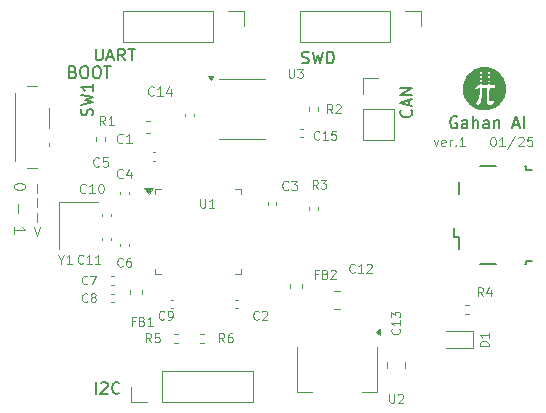
<source format=gbr>
%TF.GenerationSoftware,KiCad,Pcbnew,8.0.8-8.0.8-0~ubuntu24.04.1*%
%TF.CreationDate,2025-02-20T16:37:28+05:30*%
%TF.ProjectId,STM32_BT_IMU,53544d33-325f-4425-945f-494d552e6b69,rev?*%
%TF.SameCoordinates,Original*%
%TF.FileFunction,Legend,Top*%
%TF.FilePolarity,Positive*%
%FSLAX46Y46*%
G04 Gerber Fmt 4.6, Leading zero omitted, Abs format (unit mm)*
G04 Created by KiCad (PCBNEW 8.0.8-8.0.8-0~ubuntu24.04.1) date 2025-02-20 16:37:28*
%MOMM*%
%LPD*%
G01*
G04 APERTURE LIST*
%ADD10C,0.150000*%
%ADD11C,0.200000*%
%ADD12C,0.100000*%
%ADD13C,0.120000*%
%ADD14C,0.000000*%
G04 APERTURE END LIST*
D10*
X75039160Y-74572200D02*
X75182017Y-74619819D01*
X75182017Y-74619819D02*
X75420112Y-74619819D01*
X75420112Y-74619819D02*
X75515350Y-74572200D01*
X75515350Y-74572200D02*
X75562969Y-74524580D01*
X75562969Y-74524580D02*
X75610588Y-74429342D01*
X75610588Y-74429342D02*
X75610588Y-74334104D01*
X75610588Y-74334104D02*
X75562969Y-74238866D01*
X75562969Y-74238866D02*
X75515350Y-74191247D01*
X75515350Y-74191247D02*
X75420112Y-74143628D01*
X75420112Y-74143628D02*
X75229636Y-74096009D01*
X75229636Y-74096009D02*
X75134398Y-74048390D01*
X75134398Y-74048390D02*
X75086779Y-74000771D01*
X75086779Y-74000771D02*
X75039160Y-73905533D01*
X75039160Y-73905533D02*
X75039160Y-73810295D01*
X75039160Y-73810295D02*
X75086779Y-73715057D01*
X75086779Y-73715057D02*
X75134398Y-73667438D01*
X75134398Y-73667438D02*
X75229636Y-73619819D01*
X75229636Y-73619819D02*
X75467731Y-73619819D01*
X75467731Y-73619819D02*
X75610588Y-73667438D01*
X75943922Y-73619819D02*
X76182017Y-74619819D01*
X76182017Y-74619819D02*
X76372493Y-73905533D01*
X76372493Y-73905533D02*
X76562969Y-74619819D01*
X76562969Y-74619819D02*
X76801065Y-73619819D01*
X77182017Y-74619819D02*
X77182017Y-73619819D01*
X77182017Y-73619819D02*
X77420112Y-73619819D01*
X77420112Y-73619819D02*
X77562969Y-73667438D01*
X77562969Y-73667438D02*
X77658207Y-73762676D01*
X77658207Y-73762676D02*
X77705826Y-73857914D01*
X77705826Y-73857914D02*
X77753445Y-74048390D01*
X77753445Y-74048390D02*
X77753445Y-74191247D01*
X77753445Y-74191247D02*
X77705826Y-74381723D01*
X77705826Y-74381723D02*
X77658207Y-74476961D01*
X77658207Y-74476961D02*
X77562969Y-74572200D01*
X77562969Y-74572200D02*
X77420112Y-74619819D01*
X77420112Y-74619819D02*
X77182017Y-74619819D01*
X55670112Y-75346009D02*
X55812969Y-75393628D01*
X55812969Y-75393628D02*
X55860588Y-75441247D01*
X55860588Y-75441247D02*
X55908207Y-75536485D01*
X55908207Y-75536485D02*
X55908207Y-75679342D01*
X55908207Y-75679342D02*
X55860588Y-75774580D01*
X55860588Y-75774580D02*
X55812969Y-75822200D01*
X55812969Y-75822200D02*
X55717731Y-75869819D01*
X55717731Y-75869819D02*
X55336779Y-75869819D01*
X55336779Y-75869819D02*
X55336779Y-74869819D01*
X55336779Y-74869819D02*
X55670112Y-74869819D01*
X55670112Y-74869819D02*
X55765350Y-74917438D01*
X55765350Y-74917438D02*
X55812969Y-74965057D01*
X55812969Y-74965057D02*
X55860588Y-75060295D01*
X55860588Y-75060295D02*
X55860588Y-75155533D01*
X55860588Y-75155533D02*
X55812969Y-75250771D01*
X55812969Y-75250771D02*
X55765350Y-75298390D01*
X55765350Y-75298390D02*
X55670112Y-75346009D01*
X55670112Y-75346009D02*
X55336779Y-75346009D01*
X56527255Y-74869819D02*
X56717731Y-74869819D01*
X56717731Y-74869819D02*
X56812969Y-74917438D01*
X56812969Y-74917438D02*
X56908207Y-75012676D01*
X56908207Y-75012676D02*
X56955826Y-75203152D01*
X56955826Y-75203152D02*
X56955826Y-75536485D01*
X56955826Y-75536485D02*
X56908207Y-75726961D01*
X56908207Y-75726961D02*
X56812969Y-75822200D01*
X56812969Y-75822200D02*
X56717731Y-75869819D01*
X56717731Y-75869819D02*
X56527255Y-75869819D01*
X56527255Y-75869819D02*
X56432017Y-75822200D01*
X56432017Y-75822200D02*
X56336779Y-75726961D01*
X56336779Y-75726961D02*
X56289160Y-75536485D01*
X56289160Y-75536485D02*
X56289160Y-75203152D01*
X56289160Y-75203152D02*
X56336779Y-75012676D01*
X56336779Y-75012676D02*
X56432017Y-74917438D01*
X56432017Y-74917438D02*
X56527255Y-74869819D01*
X57574874Y-74869819D02*
X57765350Y-74869819D01*
X57765350Y-74869819D02*
X57860588Y-74917438D01*
X57860588Y-74917438D02*
X57955826Y-75012676D01*
X57955826Y-75012676D02*
X58003445Y-75203152D01*
X58003445Y-75203152D02*
X58003445Y-75536485D01*
X58003445Y-75536485D02*
X57955826Y-75726961D01*
X57955826Y-75726961D02*
X57860588Y-75822200D01*
X57860588Y-75822200D02*
X57765350Y-75869819D01*
X57765350Y-75869819D02*
X57574874Y-75869819D01*
X57574874Y-75869819D02*
X57479636Y-75822200D01*
X57479636Y-75822200D02*
X57384398Y-75726961D01*
X57384398Y-75726961D02*
X57336779Y-75536485D01*
X57336779Y-75536485D02*
X57336779Y-75203152D01*
X57336779Y-75203152D02*
X57384398Y-75012676D01*
X57384398Y-75012676D02*
X57479636Y-74917438D01*
X57479636Y-74917438D02*
X57574874Y-74869819D01*
X58289160Y-74869819D02*
X58860588Y-74869819D01*
X58574874Y-75869819D02*
X58574874Y-74869819D01*
X57586779Y-73369819D02*
X57586779Y-74179342D01*
X57586779Y-74179342D02*
X57634398Y-74274580D01*
X57634398Y-74274580D02*
X57682017Y-74322200D01*
X57682017Y-74322200D02*
X57777255Y-74369819D01*
X57777255Y-74369819D02*
X57967731Y-74369819D01*
X57967731Y-74369819D02*
X58062969Y-74322200D01*
X58062969Y-74322200D02*
X58110588Y-74274580D01*
X58110588Y-74274580D02*
X58158207Y-74179342D01*
X58158207Y-74179342D02*
X58158207Y-73369819D01*
X58586779Y-74084104D02*
X59062969Y-74084104D01*
X58491541Y-74369819D02*
X58824874Y-73369819D01*
X58824874Y-73369819D02*
X59158207Y-74369819D01*
X60062969Y-74369819D02*
X59729636Y-73893628D01*
X59491541Y-74369819D02*
X59491541Y-73369819D01*
X59491541Y-73369819D02*
X59872493Y-73369819D01*
X59872493Y-73369819D02*
X59967731Y-73417438D01*
X59967731Y-73417438D02*
X60015350Y-73465057D01*
X60015350Y-73465057D02*
X60062969Y-73560295D01*
X60062969Y-73560295D02*
X60062969Y-73703152D01*
X60062969Y-73703152D02*
X60015350Y-73798390D01*
X60015350Y-73798390D02*
X59967731Y-73846009D01*
X59967731Y-73846009D02*
X59872493Y-73893628D01*
X59872493Y-73893628D02*
X59491541Y-73893628D01*
X60348684Y-73369819D02*
X60920112Y-73369819D01*
X60634398Y-74369819D02*
X60634398Y-73369819D01*
D11*
X84271980Y-78558898D02*
X84319600Y-78606517D01*
X84319600Y-78606517D02*
X84367219Y-78749374D01*
X84367219Y-78749374D02*
X84367219Y-78844612D01*
X84367219Y-78844612D02*
X84319600Y-78987469D01*
X84319600Y-78987469D02*
X84224361Y-79082707D01*
X84224361Y-79082707D02*
X84129123Y-79130326D01*
X84129123Y-79130326D02*
X83938647Y-79177945D01*
X83938647Y-79177945D02*
X83795790Y-79177945D01*
X83795790Y-79177945D02*
X83605314Y-79130326D01*
X83605314Y-79130326D02*
X83510076Y-79082707D01*
X83510076Y-79082707D02*
X83414838Y-78987469D01*
X83414838Y-78987469D02*
X83367219Y-78844612D01*
X83367219Y-78844612D02*
X83367219Y-78749374D01*
X83367219Y-78749374D02*
X83414838Y-78606517D01*
X83414838Y-78606517D02*
X83462457Y-78558898D01*
X84081504Y-78177945D02*
X84081504Y-77701755D01*
X84367219Y-78273183D02*
X83367219Y-77939850D01*
X83367219Y-77939850D02*
X84367219Y-77606517D01*
X84367219Y-77273183D02*
X83367219Y-77273183D01*
X83367219Y-77273183D02*
X84367219Y-76701755D01*
X84367219Y-76701755D02*
X83367219Y-76701755D01*
D10*
X57586779Y-102619819D02*
X57586779Y-101619819D01*
X58015350Y-101715057D02*
X58062969Y-101667438D01*
X58062969Y-101667438D02*
X58158207Y-101619819D01*
X58158207Y-101619819D02*
X58396302Y-101619819D01*
X58396302Y-101619819D02*
X58491540Y-101667438D01*
X58491540Y-101667438D02*
X58539159Y-101715057D01*
X58539159Y-101715057D02*
X58586778Y-101810295D01*
X58586778Y-101810295D02*
X58586778Y-101905533D01*
X58586778Y-101905533D02*
X58539159Y-102048390D01*
X58539159Y-102048390D02*
X57967731Y-102619819D01*
X57967731Y-102619819D02*
X58586778Y-102619819D01*
X59586778Y-102524580D02*
X59539159Y-102572200D01*
X59539159Y-102572200D02*
X59396302Y-102619819D01*
X59396302Y-102619819D02*
X59301064Y-102619819D01*
X59301064Y-102619819D02*
X59158207Y-102572200D01*
X59158207Y-102572200D02*
X59062969Y-102476961D01*
X59062969Y-102476961D02*
X59015350Y-102381723D01*
X59015350Y-102381723D02*
X58967731Y-102191247D01*
X58967731Y-102191247D02*
X58967731Y-102048390D01*
X58967731Y-102048390D02*
X59015350Y-101857914D01*
X59015350Y-101857914D02*
X59062969Y-101762676D01*
X59062969Y-101762676D02*
X59158207Y-101667438D01*
X59158207Y-101667438D02*
X59301064Y-101619819D01*
X59301064Y-101619819D02*
X59396302Y-101619819D01*
X59396302Y-101619819D02*
X59539159Y-101667438D01*
X59539159Y-101667438D02*
X59586778Y-101715057D01*
D11*
X88143482Y-79164838D02*
X88048244Y-79117219D01*
X88048244Y-79117219D02*
X87905387Y-79117219D01*
X87905387Y-79117219D02*
X87762530Y-79164838D01*
X87762530Y-79164838D02*
X87667292Y-79260076D01*
X87667292Y-79260076D02*
X87619673Y-79355314D01*
X87619673Y-79355314D02*
X87572054Y-79545790D01*
X87572054Y-79545790D02*
X87572054Y-79688647D01*
X87572054Y-79688647D02*
X87619673Y-79879123D01*
X87619673Y-79879123D02*
X87667292Y-79974361D01*
X87667292Y-79974361D02*
X87762530Y-80069600D01*
X87762530Y-80069600D02*
X87905387Y-80117219D01*
X87905387Y-80117219D02*
X88000625Y-80117219D01*
X88000625Y-80117219D02*
X88143482Y-80069600D01*
X88143482Y-80069600D02*
X88191101Y-80021980D01*
X88191101Y-80021980D02*
X88191101Y-79688647D01*
X88191101Y-79688647D02*
X88000625Y-79688647D01*
X89048244Y-80117219D02*
X89048244Y-79593409D01*
X89048244Y-79593409D02*
X89000625Y-79498171D01*
X89000625Y-79498171D02*
X88905387Y-79450552D01*
X88905387Y-79450552D02*
X88714911Y-79450552D01*
X88714911Y-79450552D02*
X88619673Y-79498171D01*
X89048244Y-80069600D02*
X88953006Y-80117219D01*
X88953006Y-80117219D02*
X88714911Y-80117219D01*
X88714911Y-80117219D02*
X88619673Y-80069600D01*
X88619673Y-80069600D02*
X88572054Y-79974361D01*
X88572054Y-79974361D02*
X88572054Y-79879123D01*
X88572054Y-79879123D02*
X88619673Y-79783885D01*
X88619673Y-79783885D02*
X88714911Y-79736266D01*
X88714911Y-79736266D02*
X88953006Y-79736266D01*
X88953006Y-79736266D02*
X89048244Y-79688647D01*
X89524435Y-80117219D02*
X89524435Y-79117219D01*
X89953006Y-80117219D02*
X89953006Y-79593409D01*
X89953006Y-79593409D02*
X89905387Y-79498171D01*
X89905387Y-79498171D02*
X89810149Y-79450552D01*
X89810149Y-79450552D02*
X89667292Y-79450552D01*
X89667292Y-79450552D02*
X89572054Y-79498171D01*
X89572054Y-79498171D02*
X89524435Y-79545790D01*
X90857768Y-80117219D02*
X90857768Y-79593409D01*
X90857768Y-79593409D02*
X90810149Y-79498171D01*
X90810149Y-79498171D02*
X90714911Y-79450552D01*
X90714911Y-79450552D02*
X90524435Y-79450552D01*
X90524435Y-79450552D02*
X90429197Y-79498171D01*
X90857768Y-80069600D02*
X90762530Y-80117219D01*
X90762530Y-80117219D02*
X90524435Y-80117219D01*
X90524435Y-80117219D02*
X90429197Y-80069600D01*
X90429197Y-80069600D02*
X90381578Y-79974361D01*
X90381578Y-79974361D02*
X90381578Y-79879123D01*
X90381578Y-79879123D02*
X90429197Y-79783885D01*
X90429197Y-79783885D02*
X90524435Y-79736266D01*
X90524435Y-79736266D02*
X90762530Y-79736266D01*
X90762530Y-79736266D02*
X90857768Y-79688647D01*
X91333959Y-79450552D02*
X91333959Y-80117219D01*
X91333959Y-79545790D02*
X91381578Y-79498171D01*
X91381578Y-79498171D02*
X91476816Y-79450552D01*
X91476816Y-79450552D02*
X91619673Y-79450552D01*
X91619673Y-79450552D02*
X91714911Y-79498171D01*
X91714911Y-79498171D02*
X91762530Y-79593409D01*
X91762530Y-79593409D02*
X91762530Y-80117219D01*
X92953007Y-79831504D02*
X93429197Y-79831504D01*
X92857769Y-80117219D02*
X93191102Y-79117219D01*
X93191102Y-79117219D02*
X93524435Y-80117219D01*
X93857769Y-80117219D02*
X93857769Y-79117219D01*
D12*
X86180074Y-81113561D02*
X86370550Y-81646895D01*
X86370550Y-81646895D02*
X86561027Y-81113561D01*
X87170551Y-81608800D02*
X87094360Y-81646895D01*
X87094360Y-81646895D02*
X86941979Y-81646895D01*
X86941979Y-81646895D02*
X86865789Y-81608800D01*
X86865789Y-81608800D02*
X86827693Y-81532609D01*
X86827693Y-81532609D02*
X86827693Y-81227847D01*
X86827693Y-81227847D02*
X86865789Y-81151657D01*
X86865789Y-81151657D02*
X86941979Y-81113561D01*
X86941979Y-81113561D02*
X87094360Y-81113561D01*
X87094360Y-81113561D02*
X87170551Y-81151657D01*
X87170551Y-81151657D02*
X87208646Y-81227847D01*
X87208646Y-81227847D02*
X87208646Y-81304038D01*
X87208646Y-81304038D02*
X86827693Y-81380228D01*
X87551503Y-81646895D02*
X87551503Y-81113561D01*
X87551503Y-81265942D02*
X87589598Y-81189752D01*
X87589598Y-81189752D02*
X87627693Y-81151657D01*
X87627693Y-81151657D02*
X87703884Y-81113561D01*
X87703884Y-81113561D02*
X87780074Y-81113561D01*
X88046741Y-81570704D02*
X88084836Y-81608800D01*
X88084836Y-81608800D02*
X88046741Y-81646895D01*
X88046741Y-81646895D02*
X88008645Y-81608800D01*
X88008645Y-81608800D02*
X88046741Y-81570704D01*
X88046741Y-81570704D02*
X88046741Y-81646895D01*
X88846740Y-81646895D02*
X88389597Y-81646895D01*
X88618169Y-81646895D02*
X88618169Y-80846895D01*
X88618169Y-80846895D02*
X88541978Y-80961180D01*
X88541978Y-80961180D02*
X88465788Y-81037371D01*
X88465788Y-81037371D02*
X88389597Y-81075466D01*
X91170551Y-80846895D02*
X91246741Y-80846895D01*
X91246741Y-80846895D02*
X91322932Y-80884990D01*
X91322932Y-80884990D02*
X91361027Y-80923085D01*
X91361027Y-80923085D02*
X91399122Y-80999276D01*
X91399122Y-80999276D02*
X91437217Y-81151657D01*
X91437217Y-81151657D02*
X91437217Y-81342133D01*
X91437217Y-81342133D02*
X91399122Y-81494514D01*
X91399122Y-81494514D02*
X91361027Y-81570704D01*
X91361027Y-81570704D02*
X91322932Y-81608800D01*
X91322932Y-81608800D02*
X91246741Y-81646895D01*
X91246741Y-81646895D02*
X91170551Y-81646895D01*
X91170551Y-81646895D02*
X91094360Y-81608800D01*
X91094360Y-81608800D02*
X91056265Y-81570704D01*
X91056265Y-81570704D02*
X91018170Y-81494514D01*
X91018170Y-81494514D02*
X90980074Y-81342133D01*
X90980074Y-81342133D02*
X90980074Y-81151657D01*
X90980074Y-81151657D02*
X91018170Y-80999276D01*
X91018170Y-80999276D02*
X91056265Y-80923085D01*
X91056265Y-80923085D02*
X91094360Y-80884990D01*
X91094360Y-80884990D02*
X91170551Y-80846895D01*
X92199122Y-81646895D02*
X91741979Y-81646895D01*
X91970551Y-81646895D02*
X91970551Y-80846895D01*
X91970551Y-80846895D02*
X91894360Y-80961180D01*
X91894360Y-80961180D02*
X91818170Y-81037371D01*
X91818170Y-81037371D02*
X91741979Y-81075466D01*
X93113408Y-80808800D02*
X92427694Y-81837371D01*
X93341979Y-80923085D02*
X93380075Y-80884990D01*
X93380075Y-80884990D02*
X93456265Y-80846895D01*
X93456265Y-80846895D02*
X93646741Y-80846895D01*
X93646741Y-80846895D02*
X93722932Y-80884990D01*
X93722932Y-80884990D02*
X93761027Y-80923085D01*
X93761027Y-80923085D02*
X93799122Y-80999276D01*
X93799122Y-80999276D02*
X93799122Y-81075466D01*
X93799122Y-81075466D02*
X93761027Y-81189752D01*
X93761027Y-81189752D02*
X93303884Y-81646895D01*
X93303884Y-81646895D02*
X93799122Y-81646895D01*
X94522932Y-80846895D02*
X94141980Y-80846895D01*
X94141980Y-80846895D02*
X94103884Y-81227847D01*
X94103884Y-81227847D02*
X94141980Y-81189752D01*
X94141980Y-81189752D02*
X94218170Y-81151657D01*
X94218170Y-81151657D02*
X94408646Y-81151657D01*
X94408646Y-81151657D02*
X94484837Y-81189752D01*
X94484837Y-81189752D02*
X94522932Y-81227847D01*
X94522932Y-81227847D02*
X94561027Y-81304038D01*
X94561027Y-81304038D02*
X94561027Y-81494514D01*
X94561027Y-81494514D02*
X94522932Y-81570704D01*
X94522932Y-81570704D02*
X94484837Y-81608800D01*
X94484837Y-81608800D02*
X94408646Y-81646895D01*
X94408646Y-81646895D02*
X94218170Y-81646895D01*
X94218170Y-81646895D02*
X94141980Y-81608800D01*
X94141980Y-81608800D02*
X94103884Y-81570704D01*
X52618477Y-84803884D02*
X52618477Y-85565789D01*
X52618477Y-86041979D02*
X52618477Y-86803884D01*
X52618477Y-87280074D02*
X52618477Y-88041979D01*
X52904191Y-88518169D02*
X52618477Y-89280074D01*
X52618477Y-89280074D02*
X52332763Y-88518169D01*
X51627580Y-84994360D02*
X51627580Y-85089598D01*
X51627580Y-85089598D02*
X51579961Y-85184836D01*
X51579961Y-85184836D02*
X51532342Y-85232455D01*
X51532342Y-85232455D02*
X51437104Y-85280074D01*
X51437104Y-85280074D02*
X51246628Y-85327693D01*
X51246628Y-85327693D02*
X51008533Y-85327693D01*
X51008533Y-85327693D02*
X50818057Y-85280074D01*
X50818057Y-85280074D02*
X50722819Y-85232455D01*
X50722819Y-85232455D02*
X50675200Y-85184836D01*
X50675200Y-85184836D02*
X50627580Y-85089598D01*
X50627580Y-85089598D02*
X50627580Y-84994360D01*
X50627580Y-84994360D02*
X50675200Y-84899122D01*
X50675200Y-84899122D02*
X50722819Y-84851503D01*
X50722819Y-84851503D02*
X50818057Y-84803884D01*
X50818057Y-84803884D02*
X51008533Y-84756265D01*
X51008533Y-84756265D02*
X51246628Y-84756265D01*
X51246628Y-84756265D02*
X51437104Y-84803884D01*
X51437104Y-84803884D02*
X51532342Y-84851503D01*
X51532342Y-84851503D02*
X51579961Y-84899122D01*
X51579961Y-84899122D02*
X51627580Y-84994360D01*
X51008533Y-86518170D02*
X51008533Y-87280075D01*
X50627580Y-89041979D02*
X50627580Y-88470551D01*
X50627580Y-88756265D02*
X51627580Y-88756265D01*
X51627580Y-88756265D02*
X51484723Y-88661027D01*
X51484723Y-88661027D02*
X51389485Y-88565789D01*
X51389485Y-88565789D02*
X51341866Y-88470551D01*
X60875000Y-96448907D02*
X60625000Y-96448907D01*
X60625000Y-96841764D02*
X60625000Y-96091764D01*
X60625000Y-96091764D02*
X60982143Y-96091764D01*
X61517857Y-96448907D02*
X61625000Y-96484621D01*
X61625000Y-96484621D02*
X61660714Y-96520335D01*
X61660714Y-96520335D02*
X61696428Y-96591764D01*
X61696428Y-96591764D02*
X61696428Y-96698907D01*
X61696428Y-96698907D02*
X61660714Y-96770335D01*
X61660714Y-96770335D02*
X61625000Y-96806050D01*
X61625000Y-96806050D02*
X61553571Y-96841764D01*
X61553571Y-96841764D02*
X61267857Y-96841764D01*
X61267857Y-96841764D02*
X61267857Y-96091764D01*
X61267857Y-96091764D02*
X61517857Y-96091764D01*
X61517857Y-96091764D02*
X61589286Y-96127478D01*
X61589286Y-96127478D02*
X61625000Y-96163192D01*
X61625000Y-96163192D02*
X61660714Y-96234621D01*
X61660714Y-96234621D02*
X61660714Y-96306050D01*
X61660714Y-96306050D02*
X61625000Y-96377478D01*
X61625000Y-96377478D02*
X61589286Y-96413192D01*
X61589286Y-96413192D02*
X61517857Y-96448907D01*
X61517857Y-96448907D02*
X61267857Y-96448907D01*
X62410714Y-96841764D02*
X61982143Y-96841764D01*
X62196428Y-96841764D02*
X62196428Y-96091764D01*
X62196428Y-96091764D02*
X62125000Y-96198907D01*
X62125000Y-96198907D02*
X62053571Y-96270335D01*
X62053571Y-96270335D02*
X61982143Y-96306050D01*
X59866667Y-81288704D02*
X59828571Y-81326800D01*
X59828571Y-81326800D02*
X59714286Y-81364895D01*
X59714286Y-81364895D02*
X59638095Y-81364895D01*
X59638095Y-81364895D02*
X59523809Y-81326800D01*
X59523809Y-81326800D02*
X59447619Y-81250609D01*
X59447619Y-81250609D02*
X59409524Y-81174419D01*
X59409524Y-81174419D02*
X59371428Y-81022038D01*
X59371428Y-81022038D02*
X59371428Y-80907752D01*
X59371428Y-80907752D02*
X59409524Y-80755371D01*
X59409524Y-80755371D02*
X59447619Y-80679180D01*
X59447619Y-80679180D02*
X59523809Y-80602990D01*
X59523809Y-80602990D02*
X59638095Y-80564895D01*
X59638095Y-80564895D02*
X59714286Y-80564895D01*
X59714286Y-80564895D02*
X59828571Y-80602990D01*
X59828571Y-80602990D02*
X59866667Y-80641085D01*
X60628571Y-81364895D02*
X60171428Y-81364895D01*
X60400000Y-81364895D02*
X60400000Y-80564895D01*
X60400000Y-80564895D02*
X60323809Y-80679180D01*
X60323809Y-80679180D02*
X60247619Y-80755371D01*
X60247619Y-80755371D02*
X60171428Y-80793466D01*
X59874999Y-91770335D02*
X59839285Y-91806050D01*
X59839285Y-91806050D02*
X59732142Y-91841764D01*
X59732142Y-91841764D02*
X59660714Y-91841764D01*
X59660714Y-91841764D02*
X59553571Y-91806050D01*
X59553571Y-91806050D02*
X59482142Y-91734621D01*
X59482142Y-91734621D02*
X59446428Y-91663192D01*
X59446428Y-91663192D02*
X59410714Y-91520335D01*
X59410714Y-91520335D02*
X59410714Y-91413192D01*
X59410714Y-91413192D02*
X59446428Y-91270335D01*
X59446428Y-91270335D02*
X59482142Y-91198907D01*
X59482142Y-91198907D02*
X59553571Y-91127478D01*
X59553571Y-91127478D02*
X59660714Y-91091764D01*
X59660714Y-91091764D02*
X59732142Y-91091764D01*
X59732142Y-91091764D02*
X59839285Y-91127478D01*
X59839285Y-91127478D02*
X59874999Y-91163192D01*
X60517857Y-91091764D02*
X60374999Y-91091764D01*
X60374999Y-91091764D02*
X60303571Y-91127478D01*
X60303571Y-91127478D02*
X60267857Y-91163192D01*
X60267857Y-91163192D02*
X60196428Y-91270335D01*
X60196428Y-91270335D02*
X60160714Y-91413192D01*
X60160714Y-91413192D02*
X60160714Y-91698907D01*
X60160714Y-91698907D02*
X60196428Y-91770335D01*
X60196428Y-91770335D02*
X60232142Y-91806050D01*
X60232142Y-91806050D02*
X60303571Y-91841764D01*
X60303571Y-91841764D02*
X60446428Y-91841764D01*
X60446428Y-91841764D02*
X60517857Y-91806050D01*
X60517857Y-91806050D02*
X60553571Y-91770335D01*
X60553571Y-91770335D02*
X60589285Y-91698907D01*
X60589285Y-91698907D02*
X60589285Y-91520335D01*
X60589285Y-91520335D02*
X60553571Y-91448907D01*
X60553571Y-91448907D02*
X60517857Y-91413192D01*
X60517857Y-91413192D02*
X60446428Y-91377478D01*
X60446428Y-91377478D02*
X60303571Y-91377478D01*
X60303571Y-91377478D02*
X60232142Y-91413192D01*
X60232142Y-91413192D02*
X60196428Y-91448907D01*
X60196428Y-91448907D02*
X60160714Y-91520335D01*
X79517856Y-92270335D02*
X79482142Y-92306050D01*
X79482142Y-92306050D02*
X79374999Y-92341764D01*
X79374999Y-92341764D02*
X79303571Y-92341764D01*
X79303571Y-92341764D02*
X79196428Y-92306050D01*
X79196428Y-92306050D02*
X79124999Y-92234621D01*
X79124999Y-92234621D02*
X79089285Y-92163192D01*
X79089285Y-92163192D02*
X79053571Y-92020335D01*
X79053571Y-92020335D02*
X79053571Y-91913192D01*
X79053571Y-91913192D02*
X79089285Y-91770335D01*
X79089285Y-91770335D02*
X79124999Y-91698907D01*
X79124999Y-91698907D02*
X79196428Y-91627478D01*
X79196428Y-91627478D02*
X79303571Y-91591764D01*
X79303571Y-91591764D02*
X79374999Y-91591764D01*
X79374999Y-91591764D02*
X79482142Y-91627478D01*
X79482142Y-91627478D02*
X79517856Y-91663192D01*
X80232142Y-92341764D02*
X79803571Y-92341764D01*
X80017856Y-92341764D02*
X80017856Y-91591764D01*
X80017856Y-91591764D02*
X79946428Y-91698907D01*
X79946428Y-91698907D02*
X79874999Y-91770335D01*
X79874999Y-91770335D02*
X79803571Y-91806050D01*
X80517857Y-91663192D02*
X80553571Y-91627478D01*
X80553571Y-91627478D02*
X80625000Y-91591764D01*
X80625000Y-91591764D02*
X80803571Y-91591764D01*
X80803571Y-91591764D02*
X80875000Y-91627478D01*
X80875000Y-91627478D02*
X80910714Y-91663192D01*
X80910714Y-91663192D02*
X80946428Y-91734621D01*
X80946428Y-91734621D02*
X80946428Y-91806050D01*
X80946428Y-91806050D02*
X80910714Y-91913192D01*
X80910714Y-91913192D02*
X80482142Y-92341764D01*
X80482142Y-92341764D02*
X80946428Y-92341764D01*
X56874999Y-93270335D02*
X56839285Y-93306050D01*
X56839285Y-93306050D02*
X56732142Y-93341764D01*
X56732142Y-93341764D02*
X56660714Y-93341764D01*
X56660714Y-93341764D02*
X56553571Y-93306050D01*
X56553571Y-93306050D02*
X56482142Y-93234621D01*
X56482142Y-93234621D02*
X56446428Y-93163192D01*
X56446428Y-93163192D02*
X56410714Y-93020335D01*
X56410714Y-93020335D02*
X56410714Y-92913192D01*
X56410714Y-92913192D02*
X56446428Y-92770335D01*
X56446428Y-92770335D02*
X56482142Y-92698907D01*
X56482142Y-92698907D02*
X56553571Y-92627478D01*
X56553571Y-92627478D02*
X56660714Y-92591764D01*
X56660714Y-92591764D02*
X56732142Y-92591764D01*
X56732142Y-92591764D02*
X56839285Y-92627478D01*
X56839285Y-92627478D02*
X56874999Y-92663192D01*
X57124999Y-92591764D02*
X57624999Y-92591764D01*
X57624999Y-92591764D02*
X57303571Y-93341764D01*
X56735714Y-85538704D02*
X56697618Y-85576800D01*
X56697618Y-85576800D02*
X56583333Y-85614895D01*
X56583333Y-85614895D02*
X56507142Y-85614895D01*
X56507142Y-85614895D02*
X56392856Y-85576800D01*
X56392856Y-85576800D02*
X56316666Y-85500609D01*
X56316666Y-85500609D02*
X56278571Y-85424419D01*
X56278571Y-85424419D02*
X56240475Y-85272038D01*
X56240475Y-85272038D02*
X56240475Y-85157752D01*
X56240475Y-85157752D02*
X56278571Y-85005371D01*
X56278571Y-85005371D02*
X56316666Y-84929180D01*
X56316666Y-84929180D02*
X56392856Y-84852990D01*
X56392856Y-84852990D02*
X56507142Y-84814895D01*
X56507142Y-84814895D02*
X56583333Y-84814895D01*
X56583333Y-84814895D02*
X56697618Y-84852990D01*
X56697618Y-84852990D02*
X56735714Y-84891085D01*
X57497618Y-85614895D02*
X57040475Y-85614895D01*
X57269047Y-85614895D02*
X57269047Y-84814895D01*
X57269047Y-84814895D02*
X57192856Y-84929180D01*
X57192856Y-84929180D02*
X57116666Y-85005371D01*
X57116666Y-85005371D02*
X57040475Y-85043466D01*
X57992857Y-84814895D02*
X58069047Y-84814895D01*
X58069047Y-84814895D02*
X58145238Y-84852990D01*
X58145238Y-84852990D02*
X58183333Y-84891085D01*
X58183333Y-84891085D02*
X58221428Y-84967276D01*
X58221428Y-84967276D02*
X58259523Y-85119657D01*
X58259523Y-85119657D02*
X58259523Y-85310133D01*
X58259523Y-85310133D02*
X58221428Y-85462514D01*
X58221428Y-85462514D02*
X58183333Y-85538704D01*
X58183333Y-85538704D02*
X58145238Y-85576800D01*
X58145238Y-85576800D02*
X58069047Y-85614895D01*
X58069047Y-85614895D02*
X57992857Y-85614895D01*
X57992857Y-85614895D02*
X57916666Y-85576800D01*
X57916666Y-85576800D02*
X57878571Y-85538704D01*
X57878571Y-85538704D02*
X57840476Y-85462514D01*
X57840476Y-85462514D02*
X57802380Y-85310133D01*
X57802380Y-85310133D02*
X57802380Y-85119657D01*
X57802380Y-85119657D02*
X57840476Y-84967276D01*
X57840476Y-84967276D02*
X57878571Y-84891085D01*
X57878571Y-84891085D02*
X57916666Y-84852990D01*
X57916666Y-84852990D02*
X57992857Y-84814895D01*
X66428571Y-86091764D02*
X66428571Y-86698907D01*
X66428571Y-86698907D02*
X66464285Y-86770335D01*
X66464285Y-86770335D02*
X66500000Y-86806050D01*
X66500000Y-86806050D02*
X66571428Y-86841764D01*
X66571428Y-86841764D02*
X66714285Y-86841764D01*
X66714285Y-86841764D02*
X66785714Y-86806050D01*
X66785714Y-86806050D02*
X66821428Y-86770335D01*
X66821428Y-86770335D02*
X66857142Y-86698907D01*
X66857142Y-86698907D02*
X66857142Y-86091764D01*
X67607142Y-86841764D02*
X67178571Y-86841764D01*
X67392856Y-86841764D02*
X67392856Y-86091764D01*
X67392856Y-86091764D02*
X67321428Y-86198907D01*
X67321428Y-86198907D02*
X67249999Y-86270335D01*
X67249999Y-86270335D02*
X67178571Y-86306050D01*
X82428571Y-102591764D02*
X82428571Y-103198907D01*
X82428571Y-103198907D02*
X82464285Y-103270335D01*
X82464285Y-103270335D02*
X82500000Y-103306050D01*
X82500000Y-103306050D02*
X82571428Y-103341764D01*
X82571428Y-103341764D02*
X82714285Y-103341764D01*
X82714285Y-103341764D02*
X82785714Y-103306050D01*
X82785714Y-103306050D02*
X82821428Y-103270335D01*
X82821428Y-103270335D02*
X82857142Y-103198907D01*
X82857142Y-103198907D02*
X82857142Y-102591764D01*
X83178571Y-102663192D02*
X83214285Y-102627478D01*
X83214285Y-102627478D02*
X83285714Y-102591764D01*
X83285714Y-102591764D02*
X83464285Y-102591764D01*
X83464285Y-102591764D02*
X83535714Y-102627478D01*
X83535714Y-102627478D02*
X83571428Y-102663192D01*
X83571428Y-102663192D02*
X83607142Y-102734621D01*
X83607142Y-102734621D02*
X83607142Y-102806050D01*
X83607142Y-102806050D02*
X83571428Y-102913192D01*
X83571428Y-102913192D02*
X83142856Y-103341764D01*
X83142856Y-103341764D02*
X83607142Y-103341764D01*
X62274999Y-98241764D02*
X62024999Y-97884621D01*
X61846428Y-98241764D02*
X61846428Y-97491764D01*
X61846428Y-97491764D02*
X62132142Y-97491764D01*
X62132142Y-97491764D02*
X62203571Y-97527478D01*
X62203571Y-97527478D02*
X62239285Y-97563192D01*
X62239285Y-97563192D02*
X62274999Y-97634621D01*
X62274999Y-97634621D02*
X62274999Y-97741764D01*
X62274999Y-97741764D02*
X62239285Y-97813192D01*
X62239285Y-97813192D02*
X62203571Y-97848907D01*
X62203571Y-97848907D02*
X62132142Y-97884621D01*
X62132142Y-97884621D02*
X61846428Y-97884621D01*
X62953571Y-97491764D02*
X62596428Y-97491764D01*
X62596428Y-97491764D02*
X62560714Y-97848907D01*
X62560714Y-97848907D02*
X62596428Y-97813192D01*
X62596428Y-97813192D02*
X62667857Y-97777478D01*
X62667857Y-97777478D02*
X62846428Y-97777478D01*
X62846428Y-97777478D02*
X62917857Y-97813192D01*
X62917857Y-97813192D02*
X62953571Y-97848907D01*
X62953571Y-97848907D02*
X62989285Y-97920335D01*
X62989285Y-97920335D02*
X62989285Y-98098907D01*
X62989285Y-98098907D02*
X62953571Y-98170335D01*
X62953571Y-98170335D02*
X62917857Y-98206050D01*
X62917857Y-98206050D02*
X62846428Y-98241764D01*
X62846428Y-98241764D02*
X62667857Y-98241764D01*
X62667857Y-98241764D02*
X62596428Y-98206050D01*
X62596428Y-98206050D02*
X62560714Y-98170335D01*
X56517856Y-91520335D02*
X56482142Y-91556050D01*
X56482142Y-91556050D02*
X56374999Y-91591764D01*
X56374999Y-91591764D02*
X56303571Y-91591764D01*
X56303571Y-91591764D02*
X56196428Y-91556050D01*
X56196428Y-91556050D02*
X56124999Y-91484621D01*
X56124999Y-91484621D02*
X56089285Y-91413192D01*
X56089285Y-91413192D02*
X56053571Y-91270335D01*
X56053571Y-91270335D02*
X56053571Y-91163192D01*
X56053571Y-91163192D02*
X56089285Y-91020335D01*
X56089285Y-91020335D02*
X56124999Y-90948907D01*
X56124999Y-90948907D02*
X56196428Y-90877478D01*
X56196428Y-90877478D02*
X56303571Y-90841764D01*
X56303571Y-90841764D02*
X56374999Y-90841764D01*
X56374999Y-90841764D02*
X56482142Y-90877478D01*
X56482142Y-90877478D02*
X56517856Y-90913192D01*
X57232142Y-91591764D02*
X56803571Y-91591764D01*
X57017856Y-91591764D02*
X57017856Y-90841764D01*
X57017856Y-90841764D02*
X56946428Y-90948907D01*
X56946428Y-90948907D02*
X56874999Y-91020335D01*
X56874999Y-91020335D02*
X56803571Y-91056050D01*
X57946428Y-91591764D02*
X57517857Y-91591764D01*
X57732142Y-91591764D02*
X57732142Y-90841764D01*
X57732142Y-90841764D02*
X57660714Y-90948907D01*
X57660714Y-90948907D02*
X57589285Y-91020335D01*
X57589285Y-91020335D02*
X57517857Y-91056050D01*
X76375000Y-92448907D02*
X76125000Y-92448907D01*
X76125000Y-92841764D02*
X76125000Y-92091764D01*
X76125000Y-92091764D02*
X76482143Y-92091764D01*
X77017857Y-92448907D02*
X77125000Y-92484621D01*
X77125000Y-92484621D02*
X77160714Y-92520335D01*
X77160714Y-92520335D02*
X77196428Y-92591764D01*
X77196428Y-92591764D02*
X77196428Y-92698907D01*
X77196428Y-92698907D02*
X77160714Y-92770335D01*
X77160714Y-92770335D02*
X77125000Y-92806050D01*
X77125000Y-92806050D02*
X77053571Y-92841764D01*
X77053571Y-92841764D02*
X76767857Y-92841764D01*
X76767857Y-92841764D02*
X76767857Y-92091764D01*
X76767857Y-92091764D02*
X77017857Y-92091764D01*
X77017857Y-92091764D02*
X77089286Y-92127478D01*
X77089286Y-92127478D02*
X77125000Y-92163192D01*
X77125000Y-92163192D02*
X77160714Y-92234621D01*
X77160714Y-92234621D02*
X77160714Y-92306050D01*
X77160714Y-92306050D02*
X77125000Y-92377478D01*
X77125000Y-92377478D02*
X77089286Y-92413192D01*
X77089286Y-92413192D02*
X77017857Y-92448907D01*
X77017857Y-92448907D02*
X76767857Y-92448907D01*
X77482143Y-92163192D02*
X77517857Y-92127478D01*
X77517857Y-92127478D02*
X77589286Y-92091764D01*
X77589286Y-92091764D02*
X77767857Y-92091764D01*
X77767857Y-92091764D02*
X77839286Y-92127478D01*
X77839286Y-92127478D02*
X77875000Y-92163192D01*
X77875000Y-92163192D02*
X77910714Y-92234621D01*
X77910714Y-92234621D02*
X77910714Y-92306050D01*
X77910714Y-92306050D02*
X77875000Y-92413192D01*
X77875000Y-92413192D02*
X77446428Y-92841764D01*
X77446428Y-92841764D02*
X77910714Y-92841764D01*
X59866667Y-84288704D02*
X59828571Y-84326800D01*
X59828571Y-84326800D02*
X59714286Y-84364895D01*
X59714286Y-84364895D02*
X59638095Y-84364895D01*
X59638095Y-84364895D02*
X59523809Y-84326800D01*
X59523809Y-84326800D02*
X59447619Y-84250609D01*
X59447619Y-84250609D02*
X59409524Y-84174419D01*
X59409524Y-84174419D02*
X59371428Y-84022038D01*
X59371428Y-84022038D02*
X59371428Y-83907752D01*
X59371428Y-83907752D02*
X59409524Y-83755371D01*
X59409524Y-83755371D02*
X59447619Y-83679180D01*
X59447619Y-83679180D02*
X59523809Y-83602990D01*
X59523809Y-83602990D02*
X59638095Y-83564895D01*
X59638095Y-83564895D02*
X59714286Y-83564895D01*
X59714286Y-83564895D02*
X59828571Y-83602990D01*
X59828571Y-83602990D02*
X59866667Y-83641085D01*
X60552381Y-83831561D02*
X60552381Y-84364895D01*
X60361905Y-83526800D02*
X60171428Y-84098228D01*
X60171428Y-84098228D02*
X60666667Y-84098228D01*
X56874999Y-94770335D02*
X56839285Y-94806050D01*
X56839285Y-94806050D02*
X56732142Y-94841764D01*
X56732142Y-94841764D02*
X56660714Y-94841764D01*
X56660714Y-94841764D02*
X56553571Y-94806050D01*
X56553571Y-94806050D02*
X56482142Y-94734621D01*
X56482142Y-94734621D02*
X56446428Y-94663192D01*
X56446428Y-94663192D02*
X56410714Y-94520335D01*
X56410714Y-94520335D02*
X56410714Y-94413192D01*
X56410714Y-94413192D02*
X56446428Y-94270335D01*
X56446428Y-94270335D02*
X56482142Y-94198907D01*
X56482142Y-94198907D02*
X56553571Y-94127478D01*
X56553571Y-94127478D02*
X56660714Y-94091764D01*
X56660714Y-94091764D02*
X56732142Y-94091764D01*
X56732142Y-94091764D02*
X56839285Y-94127478D01*
X56839285Y-94127478D02*
X56874999Y-94163192D01*
X57303571Y-94413192D02*
X57232142Y-94377478D01*
X57232142Y-94377478D02*
X57196428Y-94341764D01*
X57196428Y-94341764D02*
X57160714Y-94270335D01*
X57160714Y-94270335D02*
X57160714Y-94234621D01*
X57160714Y-94234621D02*
X57196428Y-94163192D01*
X57196428Y-94163192D02*
X57232142Y-94127478D01*
X57232142Y-94127478D02*
X57303571Y-94091764D01*
X57303571Y-94091764D02*
X57446428Y-94091764D01*
X57446428Y-94091764D02*
X57517857Y-94127478D01*
X57517857Y-94127478D02*
X57553571Y-94163192D01*
X57553571Y-94163192D02*
X57589285Y-94234621D01*
X57589285Y-94234621D02*
X57589285Y-94270335D01*
X57589285Y-94270335D02*
X57553571Y-94341764D01*
X57553571Y-94341764D02*
X57517857Y-94377478D01*
X57517857Y-94377478D02*
X57446428Y-94413192D01*
X57446428Y-94413192D02*
X57303571Y-94413192D01*
X57303571Y-94413192D02*
X57232142Y-94448907D01*
X57232142Y-94448907D02*
X57196428Y-94484621D01*
X57196428Y-94484621D02*
X57160714Y-94556050D01*
X57160714Y-94556050D02*
X57160714Y-94698907D01*
X57160714Y-94698907D02*
X57196428Y-94770335D01*
X57196428Y-94770335D02*
X57232142Y-94806050D01*
X57232142Y-94806050D02*
X57303571Y-94841764D01*
X57303571Y-94841764D02*
X57446428Y-94841764D01*
X57446428Y-94841764D02*
X57517857Y-94806050D01*
X57517857Y-94806050D02*
X57553571Y-94770335D01*
X57553571Y-94770335D02*
X57589285Y-94698907D01*
X57589285Y-94698907D02*
X57589285Y-94556050D01*
X57589285Y-94556050D02*
X57553571Y-94484621D01*
X57553571Y-94484621D02*
X57517857Y-94448907D01*
X57517857Y-94448907D02*
X57446428Y-94413192D01*
X77624999Y-78841764D02*
X77374999Y-78484621D01*
X77196428Y-78841764D02*
X77196428Y-78091764D01*
X77196428Y-78091764D02*
X77482142Y-78091764D01*
X77482142Y-78091764D02*
X77553571Y-78127478D01*
X77553571Y-78127478D02*
X77589285Y-78163192D01*
X77589285Y-78163192D02*
X77624999Y-78234621D01*
X77624999Y-78234621D02*
X77624999Y-78341764D01*
X77624999Y-78341764D02*
X77589285Y-78413192D01*
X77589285Y-78413192D02*
X77553571Y-78448907D01*
X77553571Y-78448907D02*
X77482142Y-78484621D01*
X77482142Y-78484621D02*
X77196428Y-78484621D01*
X77910714Y-78163192D02*
X77946428Y-78127478D01*
X77946428Y-78127478D02*
X78017857Y-78091764D01*
X78017857Y-78091764D02*
X78196428Y-78091764D01*
X78196428Y-78091764D02*
X78267857Y-78127478D01*
X78267857Y-78127478D02*
X78303571Y-78163192D01*
X78303571Y-78163192D02*
X78339285Y-78234621D01*
X78339285Y-78234621D02*
X78339285Y-78306050D01*
X78339285Y-78306050D02*
X78303571Y-78413192D01*
X78303571Y-78413192D02*
X77874999Y-78841764D01*
X77874999Y-78841764D02*
X78339285Y-78841764D01*
D10*
X57307200Y-79033332D02*
X57354819Y-78890475D01*
X57354819Y-78890475D02*
X57354819Y-78652380D01*
X57354819Y-78652380D02*
X57307200Y-78557142D01*
X57307200Y-78557142D02*
X57259580Y-78509523D01*
X57259580Y-78509523D02*
X57164342Y-78461904D01*
X57164342Y-78461904D02*
X57069104Y-78461904D01*
X57069104Y-78461904D02*
X56973866Y-78509523D01*
X56973866Y-78509523D02*
X56926247Y-78557142D01*
X56926247Y-78557142D02*
X56878628Y-78652380D01*
X56878628Y-78652380D02*
X56831009Y-78842856D01*
X56831009Y-78842856D02*
X56783390Y-78938094D01*
X56783390Y-78938094D02*
X56735771Y-78985713D01*
X56735771Y-78985713D02*
X56640533Y-79033332D01*
X56640533Y-79033332D02*
X56545295Y-79033332D01*
X56545295Y-79033332D02*
X56450057Y-78985713D01*
X56450057Y-78985713D02*
X56402438Y-78938094D01*
X56402438Y-78938094D02*
X56354819Y-78842856D01*
X56354819Y-78842856D02*
X56354819Y-78604761D01*
X56354819Y-78604761D02*
X56402438Y-78461904D01*
X56354819Y-78128570D02*
X57354819Y-77890475D01*
X57354819Y-77890475D02*
X56640533Y-77699999D01*
X56640533Y-77699999D02*
X57354819Y-77509523D01*
X57354819Y-77509523D02*
X56354819Y-77271428D01*
X57354819Y-76366666D02*
X57354819Y-76938094D01*
X57354819Y-76652380D02*
X56354819Y-76652380D01*
X56354819Y-76652380D02*
X56497676Y-76747618D01*
X56497676Y-76747618D02*
X56592914Y-76842856D01*
X56592914Y-76842856D02*
X56640533Y-76938094D01*
D12*
X90841764Y-98553571D02*
X90091764Y-98553571D01*
X90091764Y-98553571D02*
X90091764Y-98375000D01*
X90091764Y-98375000D02*
X90127478Y-98267857D01*
X90127478Y-98267857D02*
X90198907Y-98196428D01*
X90198907Y-98196428D02*
X90270335Y-98160714D01*
X90270335Y-98160714D02*
X90413192Y-98125000D01*
X90413192Y-98125000D02*
X90520335Y-98125000D01*
X90520335Y-98125000D02*
X90663192Y-98160714D01*
X90663192Y-98160714D02*
X90734621Y-98196428D01*
X90734621Y-98196428D02*
X90806050Y-98267857D01*
X90806050Y-98267857D02*
X90841764Y-98375000D01*
X90841764Y-98375000D02*
X90841764Y-98553571D01*
X90841764Y-97410714D02*
X90841764Y-97839285D01*
X90841764Y-97625000D02*
X90091764Y-97625000D01*
X90091764Y-97625000D02*
X90198907Y-97696428D01*
X90198907Y-97696428D02*
X90270335Y-97767857D01*
X90270335Y-97767857D02*
X90306050Y-97839285D01*
X73866667Y-85288704D02*
X73828571Y-85326800D01*
X73828571Y-85326800D02*
X73714286Y-85364895D01*
X73714286Y-85364895D02*
X73638095Y-85364895D01*
X73638095Y-85364895D02*
X73523809Y-85326800D01*
X73523809Y-85326800D02*
X73447619Y-85250609D01*
X73447619Y-85250609D02*
X73409524Y-85174419D01*
X73409524Y-85174419D02*
X73371428Y-85022038D01*
X73371428Y-85022038D02*
X73371428Y-84907752D01*
X73371428Y-84907752D02*
X73409524Y-84755371D01*
X73409524Y-84755371D02*
X73447619Y-84679180D01*
X73447619Y-84679180D02*
X73523809Y-84602990D01*
X73523809Y-84602990D02*
X73638095Y-84564895D01*
X73638095Y-84564895D02*
X73714286Y-84564895D01*
X73714286Y-84564895D02*
X73828571Y-84602990D01*
X73828571Y-84602990D02*
X73866667Y-84641085D01*
X74133333Y-84564895D02*
X74628571Y-84564895D01*
X74628571Y-84564895D02*
X74361905Y-84869657D01*
X74361905Y-84869657D02*
X74476190Y-84869657D01*
X74476190Y-84869657D02*
X74552381Y-84907752D01*
X74552381Y-84907752D02*
X74590476Y-84945847D01*
X74590476Y-84945847D02*
X74628571Y-85022038D01*
X74628571Y-85022038D02*
X74628571Y-85212514D01*
X74628571Y-85212514D02*
X74590476Y-85288704D01*
X74590476Y-85288704D02*
X74552381Y-85326800D01*
X74552381Y-85326800D02*
X74476190Y-85364895D01*
X74476190Y-85364895D02*
X74247619Y-85364895D01*
X74247619Y-85364895D02*
X74171428Y-85326800D01*
X74171428Y-85326800D02*
X74133333Y-85288704D01*
X68464999Y-98241764D02*
X68214999Y-97884621D01*
X68036428Y-98241764D02*
X68036428Y-97491764D01*
X68036428Y-97491764D02*
X68322142Y-97491764D01*
X68322142Y-97491764D02*
X68393571Y-97527478D01*
X68393571Y-97527478D02*
X68429285Y-97563192D01*
X68429285Y-97563192D02*
X68464999Y-97634621D01*
X68464999Y-97634621D02*
X68464999Y-97741764D01*
X68464999Y-97741764D02*
X68429285Y-97813192D01*
X68429285Y-97813192D02*
X68393571Y-97848907D01*
X68393571Y-97848907D02*
X68322142Y-97884621D01*
X68322142Y-97884621D02*
X68036428Y-97884621D01*
X69107857Y-97491764D02*
X68964999Y-97491764D01*
X68964999Y-97491764D02*
X68893571Y-97527478D01*
X68893571Y-97527478D02*
X68857857Y-97563192D01*
X68857857Y-97563192D02*
X68786428Y-97670335D01*
X68786428Y-97670335D02*
X68750714Y-97813192D01*
X68750714Y-97813192D02*
X68750714Y-98098907D01*
X68750714Y-98098907D02*
X68786428Y-98170335D01*
X68786428Y-98170335D02*
X68822142Y-98206050D01*
X68822142Y-98206050D02*
X68893571Y-98241764D01*
X68893571Y-98241764D02*
X69036428Y-98241764D01*
X69036428Y-98241764D02*
X69107857Y-98206050D01*
X69107857Y-98206050D02*
X69143571Y-98170335D01*
X69143571Y-98170335D02*
X69179285Y-98098907D01*
X69179285Y-98098907D02*
X69179285Y-97920335D01*
X69179285Y-97920335D02*
X69143571Y-97848907D01*
X69143571Y-97848907D02*
X69107857Y-97813192D01*
X69107857Y-97813192D02*
X69036428Y-97777478D01*
X69036428Y-97777478D02*
X68893571Y-97777478D01*
X68893571Y-97777478D02*
X68822142Y-97813192D01*
X68822142Y-97813192D02*
X68786428Y-97848907D01*
X68786428Y-97848907D02*
X68750714Y-97920335D01*
X54642857Y-91234621D02*
X54642857Y-91591764D01*
X54392857Y-90841764D02*
X54642857Y-91234621D01*
X54642857Y-91234621D02*
X54892857Y-90841764D01*
X55535714Y-91591764D02*
X55107143Y-91591764D01*
X55321428Y-91591764D02*
X55321428Y-90841764D01*
X55321428Y-90841764D02*
X55250000Y-90948907D01*
X55250000Y-90948907D02*
X55178571Y-91020335D01*
X55178571Y-91020335D02*
X55107143Y-91056050D01*
X57866667Y-83288704D02*
X57828571Y-83326800D01*
X57828571Y-83326800D02*
X57714286Y-83364895D01*
X57714286Y-83364895D02*
X57638095Y-83364895D01*
X57638095Y-83364895D02*
X57523809Y-83326800D01*
X57523809Y-83326800D02*
X57447619Y-83250609D01*
X57447619Y-83250609D02*
X57409524Y-83174419D01*
X57409524Y-83174419D02*
X57371428Y-83022038D01*
X57371428Y-83022038D02*
X57371428Y-82907752D01*
X57371428Y-82907752D02*
X57409524Y-82755371D01*
X57409524Y-82755371D02*
X57447619Y-82679180D01*
X57447619Y-82679180D02*
X57523809Y-82602990D01*
X57523809Y-82602990D02*
X57638095Y-82564895D01*
X57638095Y-82564895D02*
X57714286Y-82564895D01*
X57714286Y-82564895D02*
X57828571Y-82602990D01*
X57828571Y-82602990D02*
X57866667Y-82641085D01*
X58590476Y-82564895D02*
X58209524Y-82564895D01*
X58209524Y-82564895D02*
X58171428Y-82945847D01*
X58171428Y-82945847D02*
X58209524Y-82907752D01*
X58209524Y-82907752D02*
X58285714Y-82869657D01*
X58285714Y-82869657D02*
X58476190Y-82869657D01*
X58476190Y-82869657D02*
X58552381Y-82907752D01*
X58552381Y-82907752D02*
X58590476Y-82945847D01*
X58590476Y-82945847D02*
X58628571Y-83022038D01*
X58628571Y-83022038D02*
X58628571Y-83212514D01*
X58628571Y-83212514D02*
X58590476Y-83288704D01*
X58590476Y-83288704D02*
X58552381Y-83326800D01*
X58552381Y-83326800D02*
X58476190Y-83364895D01*
X58476190Y-83364895D02*
X58285714Y-83364895D01*
X58285714Y-83364895D02*
X58209524Y-83326800D01*
X58209524Y-83326800D02*
X58171428Y-83288704D01*
X90374999Y-94341764D02*
X90124999Y-93984621D01*
X89946428Y-94341764D02*
X89946428Y-93591764D01*
X89946428Y-93591764D02*
X90232142Y-93591764D01*
X90232142Y-93591764D02*
X90303571Y-93627478D01*
X90303571Y-93627478D02*
X90339285Y-93663192D01*
X90339285Y-93663192D02*
X90374999Y-93734621D01*
X90374999Y-93734621D02*
X90374999Y-93841764D01*
X90374999Y-93841764D02*
X90339285Y-93913192D01*
X90339285Y-93913192D02*
X90303571Y-93948907D01*
X90303571Y-93948907D02*
X90232142Y-93984621D01*
X90232142Y-93984621D02*
X89946428Y-93984621D01*
X91017857Y-93841764D02*
X91017857Y-94341764D01*
X90839285Y-93556050D02*
X90660714Y-94091764D01*
X90660714Y-94091764D02*
X91124999Y-94091764D01*
X76517856Y-81020335D02*
X76482142Y-81056050D01*
X76482142Y-81056050D02*
X76374999Y-81091764D01*
X76374999Y-81091764D02*
X76303571Y-81091764D01*
X76303571Y-81091764D02*
X76196428Y-81056050D01*
X76196428Y-81056050D02*
X76124999Y-80984621D01*
X76124999Y-80984621D02*
X76089285Y-80913192D01*
X76089285Y-80913192D02*
X76053571Y-80770335D01*
X76053571Y-80770335D02*
X76053571Y-80663192D01*
X76053571Y-80663192D02*
X76089285Y-80520335D01*
X76089285Y-80520335D02*
X76124999Y-80448907D01*
X76124999Y-80448907D02*
X76196428Y-80377478D01*
X76196428Y-80377478D02*
X76303571Y-80341764D01*
X76303571Y-80341764D02*
X76374999Y-80341764D01*
X76374999Y-80341764D02*
X76482142Y-80377478D01*
X76482142Y-80377478D02*
X76517856Y-80413192D01*
X77232142Y-81091764D02*
X76803571Y-81091764D01*
X77017856Y-81091764D02*
X77017856Y-80341764D01*
X77017856Y-80341764D02*
X76946428Y-80448907D01*
X76946428Y-80448907D02*
X76874999Y-80520335D01*
X76874999Y-80520335D02*
X76803571Y-80556050D01*
X77910714Y-80341764D02*
X77553571Y-80341764D01*
X77553571Y-80341764D02*
X77517857Y-80698907D01*
X77517857Y-80698907D02*
X77553571Y-80663192D01*
X77553571Y-80663192D02*
X77625000Y-80627478D01*
X77625000Y-80627478D02*
X77803571Y-80627478D01*
X77803571Y-80627478D02*
X77875000Y-80663192D01*
X77875000Y-80663192D02*
X77910714Y-80698907D01*
X77910714Y-80698907D02*
X77946428Y-80770335D01*
X77946428Y-80770335D02*
X77946428Y-80948907D01*
X77946428Y-80948907D02*
X77910714Y-81020335D01*
X77910714Y-81020335D02*
X77875000Y-81056050D01*
X77875000Y-81056050D02*
X77803571Y-81091764D01*
X77803571Y-81091764D02*
X77625000Y-81091764D01*
X77625000Y-81091764D02*
X77553571Y-81056050D01*
X77553571Y-81056050D02*
X77517857Y-81020335D01*
X58366667Y-79864895D02*
X58100000Y-79483942D01*
X57909524Y-79864895D02*
X57909524Y-79064895D01*
X57909524Y-79064895D02*
X58214286Y-79064895D01*
X58214286Y-79064895D02*
X58290476Y-79102990D01*
X58290476Y-79102990D02*
X58328571Y-79141085D01*
X58328571Y-79141085D02*
X58366667Y-79217276D01*
X58366667Y-79217276D02*
X58366667Y-79331561D01*
X58366667Y-79331561D02*
X58328571Y-79407752D01*
X58328571Y-79407752D02*
X58290476Y-79445847D01*
X58290476Y-79445847D02*
X58214286Y-79483942D01*
X58214286Y-79483942D02*
X57909524Y-79483942D01*
X59128571Y-79864895D02*
X58671428Y-79864895D01*
X58900000Y-79864895D02*
X58900000Y-79064895D01*
X58900000Y-79064895D02*
X58823809Y-79179180D01*
X58823809Y-79179180D02*
X58747619Y-79255371D01*
X58747619Y-79255371D02*
X58671428Y-79293466D01*
X76374999Y-85241764D02*
X76124999Y-84884621D01*
X75946428Y-85241764D02*
X75946428Y-84491764D01*
X75946428Y-84491764D02*
X76232142Y-84491764D01*
X76232142Y-84491764D02*
X76303571Y-84527478D01*
X76303571Y-84527478D02*
X76339285Y-84563192D01*
X76339285Y-84563192D02*
X76374999Y-84634621D01*
X76374999Y-84634621D02*
X76374999Y-84741764D01*
X76374999Y-84741764D02*
X76339285Y-84813192D01*
X76339285Y-84813192D02*
X76303571Y-84848907D01*
X76303571Y-84848907D02*
X76232142Y-84884621D01*
X76232142Y-84884621D02*
X75946428Y-84884621D01*
X76624999Y-84491764D02*
X77089285Y-84491764D01*
X77089285Y-84491764D02*
X76839285Y-84777478D01*
X76839285Y-84777478D02*
X76946428Y-84777478D01*
X76946428Y-84777478D02*
X77017857Y-84813192D01*
X77017857Y-84813192D02*
X77053571Y-84848907D01*
X77053571Y-84848907D02*
X77089285Y-84920335D01*
X77089285Y-84920335D02*
X77089285Y-85098907D01*
X77089285Y-85098907D02*
X77053571Y-85170335D01*
X77053571Y-85170335D02*
X77017857Y-85206050D01*
X77017857Y-85206050D02*
X76946428Y-85241764D01*
X76946428Y-85241764D02*
X76732142Y-85241764D01*
X76732142Y-85241764D02*
X76660714Y-85206050D01*
X76660714Y-85206050D02*
X76624999Y-85170335D01*
X73928571Y-75091764D02*
X73928571Y-75698907D01*
X73928571Y-75698907D02*
X73964285Y-75770335D01*
X73964285Y-75770335D02*
X74000000Y-75806050D01*
X74000000Y-75806050D02*
X74071428Y-75841764D01*
X74071428Y-75841764D02*
X74214285Y-75841764D01*
X74214285Y-75841764D02*
X74285714Y-75806050D01*
X74285714Y-75806050D02*
X74321428Y-75770335D01*
X74321428Y-75770335D02*
X74357142Y-75698907D01*
X74357142Y-75698907D02*
X74357142Y-75091764D01*
X74642856Y-75091764D02*
X75107142Y-75091764D01*
X75107142Y-75091764D02*
X74857142Y-75377478D01*
X74857142Y-75377478D02*
X74964285Y-75377478D01*
X74964285Y-75377478D02*
X75035714Y-75413192D01*
X75035714Y-75413192D02*
X75071428Y-75448907D01*
X75071428Y-75448907D02*
X75107142Y-75520335D01*
X75107142Y-75520335D02*
X75107142Y-75698907D01*
X75107142Y-75698907D02*
X75071428Y-75770335D01*
X75071428Y-75770335D02*
X75035714Y-75806050D01*
X75035714Y-75806050D02*
X74964285Y-75841764D01*
X74964285Y-75841764D02*
X74749999Y-75841764D01*
X74749999Y-75841764D02*
X74678571Y-75806050D01*
X74678571Y-75806050D02*
X74642856Y-75770335D01*
X63374999Y-96270335D02*
X63339285Y-96306050D01*
X63339285Y-96306050D02*
X63232142Y-96341764D01*
X63232142Y-96341764D02*
X63160714Y-96341764D01*
X63160714Y-96341764D02*
X63053571Y-96306050D01*
X63053571Y-96306050D02*
X62982142Y-96234621D01*
X62982142Y-96234621D02*
X62946428Y-96163192D01*
X62946428Y-96163192D02*
X62910714Y-96020335D01*
X62910714Y-96020335D02*
X62910714Y-95913192D01*
X62910714Y-95913192D02*
X62946428Y-95770335D01*
X62946428Y-95770335D02*
X62982142Y-95698907D01*
X62982142Y-95698907D02*
X63053571Y-95627478D01*
X63053571Y-95627478D02*
X63160714Y-95591764D01*
X63160714Y-95591764D02*
X63232142Y-95591764D01*
X63232142Y-95591764D02*
X63339285Y-95627478D01*
X63339285Y-95627478D02*
X63374999Y-95663192D01*
X63732142Y-96341764D02*
X63874999Y-96341764D01*
X63874999Y-96341764D02*
X63946428Y-96306050D01*
X63946428Y-96306050D02*
X63982142Y-96270335D01*
X63982142Y-96270335D02*
X64053571Y-96163192D01*
X64053571Y-96163192D02*
X64089285Y-96020335D01*
X64089285Y-96020335D02*
X64089285Y-95734621D01*
X64089285Y-95734621D02*
X64053571Y-95663192D01*
X64053571Y-95663192D02*
X64017857Y-95627478D01*
X64017857Y-95627478D02*
X63946428Y-95591764D01*
X63946428Y-95591764D02*
X63803571Y-95591764D01*
X63803571Y-95591764D02*
X63732142Y-95627478D01*
X63732142Y-95627478D02*
X63696428Y-95663192D01*
X63696428Y-95663192D02*
X63660714Y-95734621D01*
X63660714Y-95734621D02*
X63660714Y-95913192D01*
X63660714Y-95913192D02*
X63696428Y-95984621D01*
X63696428Y-95984621D02*
X63732142Y-96020335D01*
X63732142Y-96020335D02*
X63803571Y-96056050D01*
X63803571Y-96056050D02*
X63946428Y-96056050D01*
X63946428Y-96056050D02*
X64017857Y-96020335D01*
X64017857Y-96020335D02*
X64053571Y-95984621D01*
X64053571Y-95984621D02*
X64089285Y-95913192D01*
X62485714Y-77288704D02*
X62447618Y-77326800D01*
X62447618Y-77326800D02*
X62333333Y-77364895D01*
X62333333Y-77364895D02*
X62257142Y-77364895D01*
X62257142Y-77364895D02*
X62142856Y-77326800D01*
X62142856Y-77326800D02*
X62066666Y-77250609D01*
X62066666Y-77250609D02*
X62028571Y-77174419D01*
X62028571Y-77174419D02*
X61990475Y-77022038D01*
X61990475Y-77022038D02*
X61990475Y-76907752D01*
X61990475Y-76907752D02*
X62028571Y-76755371D01*
X62028571Y-76755371D02*
X62066666Y-76679180D01*
X62066666Y-76679180D02*
X62142856Y-76602990D01*
X62142856Y-76602990D02*
X62257142Y-76564895D01*
X62257142Y-76564895D02*
X62333333Y-76564895D01*
X62333333Y-76564895D02*
X62447618Y-76602990D01*
X62447618Y-76602990D02*
X62485714Y-76641085D01*
X63247618Y-77364895D02*
X62790475Y-77364895D01*
X63019047Y-77364895D02*
X63019047Y-76564895D01*
X63019047Y-76564895D02*
X62942856Y-76679180D01*
X62942856Y-76679180D02*
X62866666Y-76755371D01*
X62866666Y-76755371D02*
X62790475Y-76793466D01*
X63933333Y-76831561D02*
X63933333Y-77364895D01*
X63742857Y-76526800D02*
X63552380Y-77098228D01*
X63552380Y-77098228D02*
X64047619Y-77098228D01*
X83270335Y-97082143D02*
X83306050Y-97117857D01*
X83306050Y-97117857D02*
X83341764Y-97225000D01*
X83341764Y-97225000D02*
X83341764Y-97296428D01*
X83341764Y-97296428D02*
X83306050Y-97403571D01*
X83306050Y-97403571D02*
X83234621Y-97475000D01*
X83234621Y-97475000D02*
X83163192Y-97510714D01*
X83163192Y-97510714D02*
X83020335Y-97546428D01*
X83020335Y-97546428D02*
X82913192Y-97546428D01*
X82913192Y-97546428D02*
X82770335Y-97510714D01*
X82770335Y-97510714D02*
X82698907Y-97475000D01*
X82698907Y-97475000D02*
X82627478Y-97403571D01*
X82627478Y-97403571D02*
X82591764Y-97296428D01*
X82591764Y-97296428D02*
X82591764Y-97225000D01*
X82591764Y-97225000D02*
X82627478Y-97117857D01*
X82627478Y-97117857D02*
X82663192Y-97082143D01*
X83341764Y-96367857D02*
X83341764Y-96796428D01*
X83341764Y-96582143D02*
X82591764Y-96582143D01*
X82591764Y-96582143D02*
X82698907Y-96653571D01*
X82698907Y-96653571D02*
X82770335Y-96725000D01*
X82770335Y-96725000D02*
X82806050Y-96796428D01*
X82591764Y-96117857D02*
X82591764Y-95653571D01*
X82591764Y-95653571D02*
X82877478Y-95903571D01*
X82877478Y-95903571D02*
X82877478Y-95796428D01*
X82877478Y-95796428D02*
X82913192Y-95725000D01*
X82913192Y-95725000D02*
X82948907Y-95689285D01*
X82948907Y-95689285D02*
X83020335Y-95653571D01*
X83020335Y-95653571D02*
X83198907Y-95653571D01*
X83198907Y-95653571D02*
X83270335Y-95689285D01*
X83270335Y-95689285D02*
X83306050Y-95725000D01*
X83306050Y-95725000D02*
X83341764Y-95796428D01*
X83341764Y-95796428D02*
X83341764Y-96010714D01*
X83341764Y-96010714D02*
X83306050Y-96082142D01*
X83306050Y-96082142D02*
X83270335Y-96117857D01*
X71374999Y-96270335D02*
X71339285Y-96306050D01*
X71339285Y-96306050D02*
X71232142Y-96341764D01*
X71232142Y-96341764D02*
X71160714Y-96341764D01*
X71160714Y-96341764D02*
X71053571Y-96306050D01*
X71053571Y-96306050D02*
X70982142Y-96234621D01*
X70982142Y-96234621D02*
X70946428Y-96163192D01*
X70946428Y-96163192D02*
X70910714Y-96020335D01*
X70910714Y-96020335D02*
X70910714Y-95913192D01*
X70910714Y-95913192D02*
X70946428Y-95770335D01*
X70946428Y-95770335D02*
X70982142Y-95698907D01*
X70982142Y-95698907D02*
X71053571Y-95627478D01*
X71053571Y-95627478D02*
X71160714Y-95591764D01*
X71160714Y-95591764D02*
X71232142Y-95591764D01*
X71232142Y-95591764D02*
X71339285Y-95627478D01*
X71339285Y-95627478D02*
X71374999Y-95663192D01*
X71660714Y-95663192D02*
X71696428Y-95627478D01*
X71696428Y-95627478D02*
X71767857Y-95591764D01*
X71767857Y-95591764D02*
X71946428Y-95591764D01*
X71946428Y-95591764D02*
X72017857Y-95627478D01*
X72017857Y-95627478D02*
X72053571Y-95663192D01*
X72053571Y-95663192D02*
X72089285Y-95734621D01*
X72089285Y-95734621D02*
X72089285Y-95806050D01*
X72089285Y-95806050D02*
X72053571Y-95913192D01*
X72053571Y-95913192D02*
X71624999Y-96341764D01*
X71624999Y-96341764D02*
X72089285Y-96341764D01*
D13*
%TO.C,FB1*%
X60490000Y-93837221D02*
X60490000Y-94162779D01*
X61510000Y-93837221D02*
X61510000Y-94162779D01*
%TO.C,C1*%
X62392164Y-82140000D02*
X62607836Y-82140000D01*
X62392164Y-82860000D02*
X62607836Y-82860000D01*
%TO.C,C6*%
X59640000Y-90107836D02*
X59640000Y-89892164D01*
X60360000Y-90107836D02*
X60360000Y-89892164D01*
%TO.C,C12*%
X78261252Y-93915000D02*
X77738748Y-93915000D01*
X78261252Y-95385000D02*
X77738748Y-95385000D01*
%TO.C,C7*%
X59107836Y-92640000D02*
X58892164Y-92640000D01*
X59107836Y-93360000D02*
X58892164Y-93360000D01*
%TO.C,C10*%
X58140000Y-87567836D02*
X58140000Y-87352164D01*
X58860000Y-87567836D02*
X58860000Y-87352164D01*
%TO.C,U1*%
X62640000Y-85227500D02*
X62640000Y-85677500D01*
X62640000Y-92447500D02*
X62640000Y-91997500D01*
X63090000Y-85227500D02*
X62640000Y-85227500D01*
X63090000Y-92447500D02*
X62640000Y-92447500D01*
X69410000Y-85227500D02*
X69860000Y-85227500D01*
X69410000Y-92447500D02*
X69860000Y-92447500D01*
X69860000Y-85227500D02*
X69860000Y-85677500D01*
X69860000Y-92447500D02*
X69860000Y-91997500D01*
X62050000Y-85677500D02*
X61710000Y-85207500D01*
X62390000Y-85207500D01*
X62050000Y-85677500D01*
G36*
X62050000Y-85677500D02*
G01*
X61710000Y-85207500D01*
X62390000Y-85207500D01*
X62050000Y-85677500D01*
G37*
%TO.C,U2*%
X74590000Y-98650000D02*
X74590000Y-102410000D01*
X74590000Y-102410000D02*
X75850000Y-102410000D01*
X81410000Y-98650000D02*
X81410000Y-102410000D01*
X81410000Y-102410000D02*
X80150000Y-102410000D01*
X81640000Y-97610000D02*
X81310000Y-97370000D01*
X81640000Y-97130000D01*
X81640000Y-97610000D01*
G36*
X81640000Y-97610000D02*
G01*
X81310000Y-97370000D01*
X81640000Y-97130000D01*
X81640000Y-97610000D01*
G37*
%TO.C,R5*%
X64246359Y-97520000D02*
X64553641Y-97520000D01*
X64246359Y-98280000D02*
X64553641Y-98280000D01*
%TO.C,C11*%
X58140000Y-89372164D02*
X58140000Y-89587836D01*
X58860000Y-89372164D02*
X58860000Y-89587836D01*
%TO.C,FB2*%
X73990000Y-93337221D02*
X73990000Y-93662779D01*
X75010000Y-93337221D02*
X75010000Y-93662779D01*
%TO.C,C4*%
X59640000Y-85715336D02*
X59640000Y-85499664D01*
X60360000Y-85715336D02*
X60360000Y-85499664D01*
%TO.C,C8*%
X59107836Y-94140000D02*
X58892164Y-94140000D01*
X59107836Y-94860000D02*
X58892164Y-94860000D01*
D14*
%TO.C,G\u002A\u002A\u002A*%
G36*
X90572243Y-74930607D02*
G01*
X90625706Y-74932242D01*
X90673768Y-74934797D01*
X90714058Y-74938273D01*
X90729015Y-74940137D01*
X90864327Y-74963471D01*
X90992772Y-74994497D01*
X91116198Y-75033792D01*
X91236451Y-75081931D01*
X91335416Y-75129138D01*
X91461921Y-75200009D01*
X91581043Y-75279344D01*
X91692602Y-75366962D01*
X91796418Y-75462684D01*
X91892314Y-75566332D01*
X91980108Y-75677726D01*
X92059622Y-75796687D01*
X92130678Y-75923035D01*
X92132114Y-75925836D01*
X92188050Y-76044859D01*
X92234663Y-76165516D01*
X92272529Y-76289655D01*
X92302223Y-76419125D01*
X92321116Y-76532237D01*
X92325006Y-76568257D01*
X92327975Y-76613117D01*
X92330024Y-76664444D01*
X92331152Y-76719865D01*
X92331359Y-76777006D01*
X92330645Y-76833495D01*
X92329011Y-76886957D01*
X92326455Y-76935020D01*
X92322979Y-76975310D01*
X92321116Y-76990266D01*
X92296478Y-77131563D01*
X92263419Y-77265829D01*
X92221782Y-77393664D01*
X92206537Y-77433522D01*
X92148259Y-77565547D01*
X92080922Y-77691170D01*
X92004933Y-77810074D01*
X91920695Y-77921945D01*
X91828613Y-78026465D01*
X91729092Y-78123320D01*
X91622536Y-78212194D01*
X91509352Y-78292771D01*
X91389942Y-78364736D01*
X91264713Y-78427772D01*
X91134069Y-78481564D01*
X90998414Y-78525796D01*
X90858153Y-78560152D01*
X90734898Y-78581455D01*
X90711948Y-78583898D01*
X90680116Y-78586191D01*
X90641562Y-78588275D01*
X90598448Y-78590092D01*
X90552934Y-78591583D01*
X90507183Y-78592690D01*
X90463355Y-78593353D01*
X90423612Y-78593514D01*
X90390114Y-78593115D01*
X90365024Y-78592097D01*
X90359358Y-78591652D01*
X90211060Y-78572591D01*
X90067417Y-78543307D01*
X89928488Y-78503828D01*
X89794332Y-78454178D01*
X89665010Y-78394382D01*
X89540580Y-78324468D01*
X89421101Y-78244459D01*
X89306634Y-78154383D01*
X89268493Y-78121133D01*
X89171616Y-78027101D01*
X89081572Y-77924713D01*
X88998925Y-77814953D01*
X88924236Y-77698808D01*
X88858066Y-77577261D01*
X88800977Y-77451297D01*
X88753532Y-77321902D01*
X88716292Y-77190060D01*
X88702880Y-77129543D01*
X88693068Y-77079380D01*
X88685311Y-77035041D01*
X88679381Y-76994040D01*
X88675612Y-76959070D01*
X89633644Y-76959070D01*
X89634966Y-76965422D01*
X89640754Y-76968357D01*
X89653735Y-76968736D01*
X89662858Y-76968290D01*
X89692073Y-76966590D01*
X89731301Y-76908164D01*
X89751118Y-76880389D01*
X89773775Y-76851347D01*
X89796082Y-76825009D01*
X89810380Y-76809704D01*
X89843127Y-76780195D01*
X89876794Y-76757399D01*
X89913459Y-76740517D01*
X89955203Y-76728749D01*
X90004104Y-76721296D01*
X90049081Y-76717938D01*
X90118537Y-76714485D01*
X90115175Y-76750526D01*
X90113232Y-76772758D01*
X90110667Y-76804191D01*
X90107633Y-76842802D01*
X90104283Y-76886567D01*
X90100768Y-76933462D01*
X90097241Y-76981465D01*
X90093854Y-77028550D01*
X90090760Y-77072696D01*
X90089171Y-77095980D01*
X90080198Y-77208474D01*
X90069183Y-77310030D01*
X90056131Y-77400616D01*
X90041047Y-77480199D01*
X90024519Y-77546706D01*
X90001432Y-77611599D01*
X89968227Y-77680073D01*
X89925222Y-77751504D01*
X89904259Y-77782315D01*
X89884414Y-77811347D01*
X89865047Y-77841106D01*
X89847996Y-77868673D01*
X89835098Y-77891126D01*
X89831848Y-77897350D01*
X89821133Y-77919822D01*
X89814845Y-77937298D01*
X89811837Y-77954556D01*
X89810966Y-77976373D01*
X89810950Y-77984548D01*
X89813475Y-78020708D01*
X89821770Y-78049958D01*
X89837180Y-78075732D01*
X89854117Y-78094747D01*
X89882702Y-78116432D01*
X89916860Y-78131479D01*
X89953539Y-78139216D01*
X89989684Y-78138971D01*
X90019700Y-78131180D01*
X90039196Y-78119338D01*
X90061525Y-78099925D01*
X90084414Y-78075396D01*
X90105590Y-78048208D01*
X90122782Y-78020814D01*
X90124060Y-78018416D01*
X90144739Y-77972576D01*
X90164581Y-77915625D01*
X90183571Y-77847672D01*
X90201692Y-77768826D01*
X90218927Y-77679198D01*
X90235260Y-77578897D01*
X90250674Y-77468033D01*
X90265152Y-77346716D01*
X90278677Y-77215055D01*
X90291234Y-77073161D01*
X90302805Y-76921143D01*
X90312304Y-76776722D01*
X90316010Y-76716246D01*
X90526848Y-76716246D01*
X90737686Y-76716246D01*
X90734015Y-76734530D01*
X90731836Y-76748062D01*
X90728732Y-76771039D01*
X90724903Y-76801709D01*
X90720546Y-76838321D01*
X90715858Y-76879124D01*
X90711039Y-76922367D01*
X90706287Y-76966299D01*
X90701798Y-77009169D01*
X90697773Y-77049225D01*
X90694407Y-77084717D01*
X90694406Y-77084729D01*
X90691003Y-77121754D01*
X90687435Y-77159940D01*
X90684039Y-77195727D01*
X90681151Y-77225558D01*
X90680053Y-77236623D01*
X90677313Y-77270692D01*
X90674964Y-77313182D01*
X90673036Y-77361900D01*
X90671560Y-77414654D01*
X90670564Y-77469252D01*
X90670080Y-77523502D01*
X90670138Y-77575213D01*
X90670768Y-77622193D01*
X90671999Y-77662249D01*
X90673787Y-77692304D01*
X90679197Y-77745685D01*
X90686288Y-77797797D01*
X90694631Y-77846163D01*
X90703798Y-77888303D01*
X90713359Y-77921740D01*
X90713628Y-77922524D01*
X90738442Y-77979473D01*
X90771016Y-78029493D01*
X90810595Y-78071682D01*
X90856425Y-78105141D01*
X90875292Y-78115364D01*
X90894243Y-78124526D01*
X90909074Y-78130604D01*
X90922997Y-78134232D01*
X90939228Y-78136042D01*
X90960979Y-78136665D01*
X90983942Y-78136733D01*
X91049354Y-78136733D01*
X91097030Y-78113109D01*
X91148048Y-78082006D01*
X91195117Y-78041985D01*
X91236185Y-77995219D01*
X91269196Y-77943880D01*
X91281866Y-77917577D01*
X91291882Y-77891820D01*
X91302192Y-77861122D01*
X91312366Y-77827287D01*
X91321972Y-77792115D01*
X91330580Y-77757407D01*
X91337759Y-77724966D01*
X91343077Y-77696593D01*
X91346104Y-77674090D01*
X91346408Y-77659257D01*
X91344817Y-77654449D01*
X91336620Y-77651820D01*
X91321572Y-77650884D01*
X91313041Y-77651177D01*
X91286284Y-77652924D01*
X91273595Y-77697017D01*
X91255444Y-77743516D01*
X91230479Y-77781287D01*
X91199100Y-77810037D01*
X91161707Y-77829477D01*
X91118702Y-77839315D01*
X91076913Y-77839828D01*
X91026855Y-77831289D01*
X90983521Y-77813748D01*
X90946846Y-77787155D01*
X90916763Y-77751456D01*
X90893208Y-77706600D01*
X90886798Y-77689612D01*
X90883486Y-77679665D01*
X90880809Y-77670082D01*
X90878701Y-77659588D01*
X90877096Y-77646905D01*
X90875930Y-77630757D01*
X90875136Y-77609867D01*
X90874649Y-77582959D01*
X90874403Y-77548755D01*
X90874333Y-77505979D01*
X90874374Y-77453354D01*
X90874382Y-77447586D01*
X90874817Y-77374458D01*
X90876025Y-77308041D01*
X90878171Y-77245964D01*
X90881421Y-77185854D01*
X90885938Y-77125337D01*
X90891888Y-77062040D01*
X90899436Y-76993590D01*
X90908747Y-76917616D01*
X90914047Y-76876578D01*
X90918681Y-76841121D01*
X90923040Y-76807659D01*
X90926823Y-76778516D01*
X90929728Y-76756014D01*
X90931392Y-76742968D01*
X90934746Y-76716246D01*
X91142217Y-76716246D01*
X91349687Y-76716246D01*
X91348177Y-76586295D01*
X91346667Y-76456344D01*
X91151849Y-76457162D01*
X90957030Y-76457979D01*
X90953071Y-76436625D01*
X90942020Y-76404131D01*
X90922889Y-76378913D01*
X90896781Y-76361900D01*
X90864797Y-76354021D01*
X90854419Y-76353577D01*
X90820924Y-76358598D01*
X90792952Y-76373027D01*
X90771638Y-76395911D01*
X90758116Y-76426298D01*
X90755816Y-76436368D01*
X90751904Y-76457464D01*
X90536706Y-76457464D01*
X90321508Y-76457464D01*
X90317938Y-76431419D01*
X90308493Y-76397799D01*
X90290923Y-76371353D01*
X90266197Y-76352950D01*
X90235285Y-76343460D01*
X90218716Y-76342325D01*
X90185227Y-76347302D01*
X90157392Y-76361611D01*
X90136258Y-76384320D01*
X90122871Y-76414496D01*
X90119599Y-76430649D01*
X90116135Y-76455925D01*
X90076008Y-76459346D01*
X90032946Y-76465185D01*
X89990042Y-76474891D01*
X89950830Y-76487481D01*
X89918841Y-76501976D01*
X89915345Y-76503979D01*
X89877878Y-76530675D01*
X89839267Y-76566478D01*
X89801008Y-76609561D01*
X89764596Y-76658094D01*
X89731529Y-76710248D01*
X89704420Y-76761813D01*
X89693359Y-76786628D01*
X89681376Y-76815783D01*
X89669252Y-76847110D01*
X89657764Y-76878436D01*
X89647691Y-76907592D01*
X89639812Y-76932408D01*
X89634906Y-76950713D01*
X89633644Y-76959070D01*
X88675612Y-76959070D01*
X88675053Y-76953888D01*
X88672097Y-76912098D01*
X88670286Y-76866184D01*
X88669394Y-76813657D01*
X88669186Y-76761252D01*
X88669471Y-76701042D01*
X88670478Y-76649585D01*
X88672435Y-76604394D01*
X88675568Y-76562981D01*
X88680106Y-76522860D01*
X88686276Y-76481543D01*
X88694306Y-76436542D01*
X88702880Y-76392960D01*
X88736135Y-76256847D01*
X88779955Y-76123776D01*
X88785811Y-76109736D01*
X90137031Y-76109736D01*
X90145842Y-76138228D01*
X90161904Y-76163684D01*
X90183531Y-76183258D01*
X90203281Y-76192643D01*
X90231086Y-76196021D01*
X90260666Y-76191470D01*
X90284274Y-76181272D01*
X90307796Y-76160451D01*
X90322645Y-76132952D01*
X90325522Y-76115876D01*
X90755425Y-76115876D01*
X90757817Y-76144018D01*
X90769418Y-76171421D01*
X90784361Y-76190133D01*
X90800103Y-76203212D01*
X90816625Y-76213041D01*
X90822107Y-76215188D01*
X90849235Y-76218779D01*
X90878810Y-76215437D01*
X90905078Y-76205908D01*
X90908310Y-76204032D01*
X90931574Y-76183736D01*
X90946284Y-76158375D01*
X90952468Y-76130162D01*
X90950154Y-76101308D01*
X90939371Y-76074023D01*
X90920147Y-76050519D01*
X90906198Y-76040134D01*
X90885126Y-76030756D01*
X90859866Y-76027361D01*
X90854419Y-76027286D01*
X90822417Y-76032034D01*
X90795740Y-76045073D01*
X90775164Y-76064597D01*
X90761467Y-76088801D01*
X90755425Y-76115876D01*
X90325522Y-76115876D01*
X90328204Y-76099952D01*
X90328229Y-76097420D01*
X90323748Y-76065450D01*
X90311456Y-76039593D01*
X90293085Y-76019998D01*
X90270364Y-76006813D01*
X90245022Y-76000186D01*
X90218791Y-76000266D01*
X90193399Y-76007200D01*
X90170577Y-76021137D01*
X90152054Y-76042225D01*
X90139561Y-76070612D01*
X90137158Y-76081054D01*
X90137031Y-76109736D01*
X88785811Y-76109736D01*
X88833904Y-75994436D01*
X88897546Y-75869516D01*
X88962394Y-75762932D01*
X90136859Y-75762932D01*
X90139660Y-75791183D01*
X90151604Y-75818474D01*
X90165535Y-75835714D01*
X90191986Y-75854867D01*
X90221669Y-75863809D01*
X90252638Y-75862316D01*
X90282945Y-75850165D01*
X90284274Y-75849356D01*
X90307618Y-75829315D01*
X90322085Y-75805014D01*
X90326659Y-75785134D01*
X90755386Y-75785134D01*
X90757497Y-75815362D01*
X90768980Y-75844125D01*
X90784361Y-75863842D01*
X90800103Y-75876922D01*
X90816625Y-75886750D01*
X90822107Y-75888898D01*
X90849235Y-75892489D01*
X90878810Y-75889147D01*
X90905078Y-75879617D01*
X90908310Y-75877742D01*
X90931483Y-75857446D01*
X90946339Y-75831851D01*
X90952905Y-75803207D01*
X90951211Y-75773761D01*
X90941283Y-75745761D01*
X90923150Y-75721456D01*
X90906198Y-75708218D01*
X90879370Y-75697635D01*
X90848970Y-75695052D01*
X90819339Y-75700467D01*
X90802640Y-75708218D01*
X90778223Y-75729307D01*
X90762383Y-75755698D01*
X90755386Y-75785134D01*
X90326659Y-75785134D01*
X90328223Y-75778336D01*
X90326584Y-75751161D01*
X90317716Y-75725372D01*
X90302170Y-75702851D01*
X90280496Y-75685480D01*
X90253242Y-75675141D01*
X90232780Y-75673082D01*
X90201530Y-75677930D01*
X90175536Y-75691219D01*
X90155574Y-75711069D01*
X90142423Y-75735601D01*
X90136859Y-75762932D01*
X88962394Y-75762932D01*
X88970442Y-75749704D01*
X89052158Y-75635689D01*
X89142255Y-75528159D01*
X89217119Y-75451530D01*
X90137031Y-75451530D01*
X90145842Y-75480022D01*
X90161904Y-75505478D01*
X90183531Y-75525052D01*
X90203281Y-75534437D01*
X90231086Y-75537815D01*
X90260666Y-75533264D01*
X90284274Y-75523066D01*
X90307796Y-75502245D01*
X90322645Y-75474746D01*
X90327219Y-75447593D01*
X90772263Y-75447593D01*
X90774374Y-75477820D01*
X90785857Y-75506584D01*
X90801239Y-75526301D01*
X90816980Y-75539380D01*
X90833502Y-75549209D01*
X90838984Y-75551357D01*
X90866112Y-75554947D01*
X90895687Y-75551605D01*
X90921955Y-75542076D01*
X90925187Y-75540201D01*
X90948360Y-75519904D01*
X90963216Y-75494310D01*
X90969782Y-75465665D01*
X90968088Y-75436219D01*
X90958160Y-75408219D01*
X90940028Y-75383915D01*
X90923075Y-75370677D01*
X90896247Y-75360094D01*
X90865847Y-75357510D01*
X90836216Y-75362925D01*
X90819517Y-75370677D01*
X90795100Y-75391766D01*
X90779260Y-75418156D01*
X90772263Y-75447593D01*
X90327219Y-75447593D01*
X90328204Y-75441746D01*
X90328229Y-75439214D01*
X90323748Y-75407244D01*
X90311456Y-75381387D01*
X90293085Y-75361792D01*
X90270364Y-75348607D01*
X90245022Y-75341980D01*
X90218791Y-75342060D01*
X90193399Y-75348994D01*
X90170577Y-75362931D01*
X90152054Y-75384019D01*
X90139561Y-75412406D01*
X90137158Y-75422848D01*
X90137031Y-75451530D01*
X89217119Y-75451530D01*
X89240298Y-75427804D01*
X89345849Y-75335313D01*
X89400623Y-75292738D01*
X89519089Y-75211221D01*
X89642590Y-75139726D01*
X89771186Y-75078231D01*
X89904936Y-75026710D01*
X90043901Y-74985140D01*
X90188141Y-74953495D01*
X90270986Y-74940137D01*
X90307006Y-74936246D01*
X90351866Y-74933277D01*
X90403193Y-74931228D01*
X90458614Y-74930100D01*
X90515755Y-74929893D01*
X90572243Y-74930607D01*
G37*
D13*
%TO.C,R2*%
X75620000Y-78653641D02*
X75620000Y-78346359D01*
X76380000Y-78653641D02*
X76380000Y-78346359D01*
%TO.C,J2*%
X74850000Y-70170000D02*
X74850000Y-72830000D01*
X82530000Y-70170000D02*
X74850000Y-70170000D01*
X82530000Y-70170000D02*
X82530000Y-72830000D01*
X82530000Y-72830000D02*
X74850000Y-72830000D01*
X83800000Y-70170000D02*
X85130000Y-70170000D01*
X85130000Y-70170000D02*
X85130000Y-71500000D01*
%TO.C,SW1*%
X50770000Y-77150000D02*
X50770000Y-82850000D01*
X51780000Y-83450000D02*
X52570000Y-83450000D01*
X52570000Y-76550000D02*
X51780000Y-76550000D01*
X53620000Y-78400000D02*
X53620000Y-80100000D01*
X53620000Y-81400000D02*
X53620000Y-81600000D01*
%TO.C,D1*%
X87200000Y-98735000D02*
X89485000Y-98735000D01*
X89485000Y-97265000D02*
X87200000Y-97265000D01*
X89485000Y-98735000D02*
X89485000Y-97265000D01*
%TO.C,C3*%
X72140000Y-86392164D02*
X72140000Y-86607836D01*
X72860000Y-86392164D02*
X72860000Y-86607836D01*
%TO.C,R6*%
X66753641Y-97520000D02*
X66446359Y-97520000D01*
X66753641Y-98280000D02*
X66446359Y-98280000D01*
%TO.C,Y1*%
X54500000Y-86380000D02*
X54500000Y-90380000D01*
X57800000Y-86380000D02*
X54500000Y-86380000D01*
D10*
%TO.C,J1*%
X87920000Y-88575000D02*
X87920000Y-89300000D01*
X87920000Y-89300000D02*
X88345000Y-89300000D01*
X88345000Y-85700000D02*
X88345000Y-84700000D01*
X88345000Y-89300000D02*
X88345000Y-90300000D01*
X90095000Y-91650000D02*
X91495000Y-91650000D01*
X91495000Y-83350000D02*
X90095000Y-83350000D01*
X93895000Y-91650000D02*
X94045000Y-91650000D01*
X94045000Y-83350000D02*
X93895000Y-83350000D01*
X94045000Y-83650000D02*
X94045000Y-83350000D01*
X94045000Y-91350000D02*
X94495000Y-91350000D01*
X94045000Y-91650000D02*
X94045000Y-91350000D01*
X94495000Y-83650000D02*
X94045000Y-83650000D01*
D13*
%TO.C,J4*%
X60590000Y-103330000D02*
X60590000Y-102000000D01*
X61920000Y-103330000D02*
X60590000Y-103330000D01*
X63190000Y-100670000D02*
X70870000Y-100670000D01*
X63190000Y-103330000D02*
X63190000Y-100670000D01*
X63190000Y-103330000D02*
X70870000Y-103330000D01*
X70870000Y-103330000D02*
X70870000Y-100670000D01*
%TO.C,C5*%
X61859420Y-79490000D02*
X62140580Y-79490000D01*
X61859420Y-80510000D02*
X62140580Y-80510000D01*
%TO.C,J5*%
X80170000Y-75895000D02*
X81500000Y-75895000D01*
X80170000Y-77225000D02*
X80170000Y-75895000D01*
X80170000Y-78495000D02*
X80170000Y-81095000D01*
X80170000Y-78495000D02*
X82830000Y-78495000D01*
X80170000Y-81095000D02*
X82830000Y-81095000D01*
X82830000Y-78495000D02*
X82830000Y-81095000D01*
%TO.C,R4*%
X89153641Y-95120000D02*
X88846359Y-95120000D01*
X89153641Y-95880000D02*
X88846359Y-95880000D01*
%TO.C,C15*%
X75107836Y-80140000D02*
X74892164Y-80140000D01*
X75107836Y-80860000D02*
X74892164Y-80860000D01*
%TO.C,R1*%
X57620000Y-80846359D02*
X57620000Y-81153641D01*
X58380000Y-80846359D02*
X58380000Y-81153641D01*
%TO.C,J3*%
X59850000Y-70170000D02*
X59850000Y-72830000D01*
X67530000Y-70170000D02*
X59850000Y-70170000D01*
X67530000Y-70170000D02*
X67530000Y-72830000D01*
X67530000Y-72830000D02*
X59850000Y-72830000D01*
X68800000Y-70170000D02*
X70130000Y-70170000D01*
X70130000Y-70170000D02*
X70130000Y-71500000D01*
%TO.C,R3*%
X75620000Y-87053641D02*
X75620000Y-86746359D01*
X76380000Y-87053641D02*
X76380000Y-86746359D01*
%TO.C,U3*%
X70000000Y-75940000D02*
X68050000Y-75940000D01*
X70000000Y-75940000D02*
X71950000Y-75940000D01*
X70000000Y-81060000D02*
X68050000Y-81060000D01*
X70000000Y-81060000D02*
X71950000Y-81060000D01*
X67300000Y-76035000D02*
X67060000Y-75705000D01*
X67540000Y-75705000D01*
X67300000Y-76035000D01*
G36*
X67300000Y-76035000D02*
G01*
X67060000Y-75705000D01*
X67540000Y-75705000D01*
X67300000Y-76035000D01*
G37*
%TO.C,C9*%
X63912164Y-94640000D02*
X64127836Y-94640000D01*
X63912164Y-95360000D02*
X64127836Y-95360000D01*
%TO.C,C14*%
X65140000Y-79107836D02*
X65140000Y-78892164D01*
X65860000Y-79107836D02*
X65860000Y-78892164D01*
%TO.C,C13*%
X82265000Y-99888748D02*
X82265000Y-100411252D01*
X83735000Y-99888748D02*
X83735000Y-100411252D01*
%TO.C,C2*%
X69607836Y-94640000D02*
X69392164Y-94640000D01*
X69607836Y-95360000D02*
X69392164Y-95360000D01*
%TD*%
M02*

</source>
